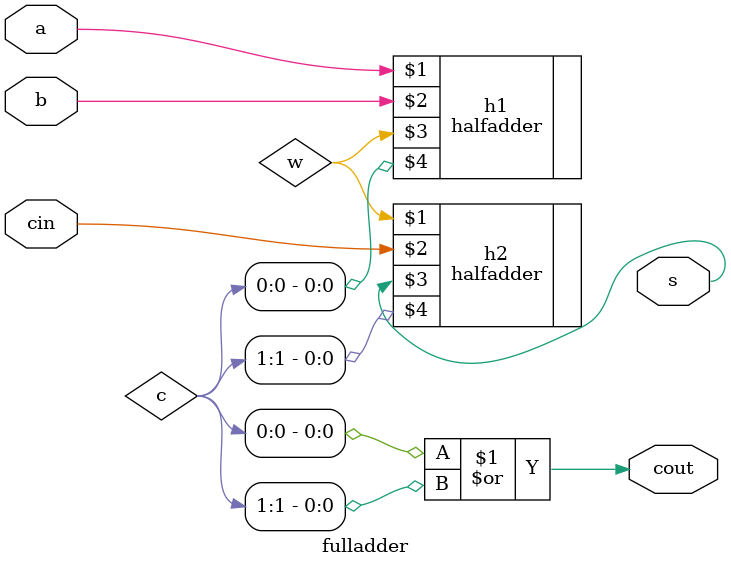
<source format=v>
`timescale 1ns / 1ps

module fulladder(

	input a,b,cin,
	output s,cout
	);
	
	wire w;
	wire [1:0] c;
	
	halfadder h1 (a,b,w,c[0]);
	halfadder h2 (w,cin,s,c[1]);
	or(cout,c[0],c[1]);
	
endmodule

</source>
